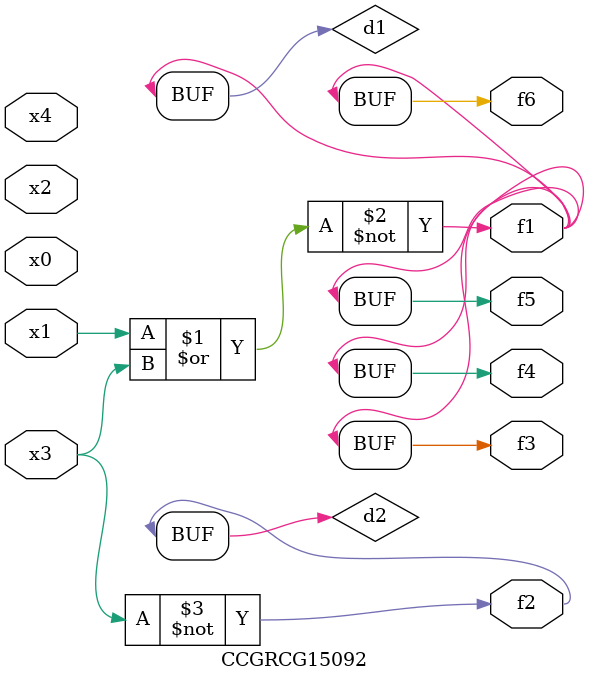
<source format=v>
module CCGRCG15092(
	input x0, x1, x2, x3, x4,
	output f1, f2, f3, f4, f5, f6
);

	wire d1, d2;

	nor (d1, x1, x3);
	not (d2, x3);
	assign f1 = d1;
	assign f2 = d2;
	assign f3 = d1;
	assign f4 = d1;
	assign f5 = d1;
	assign f6 = d1;
endmodule

</source>
